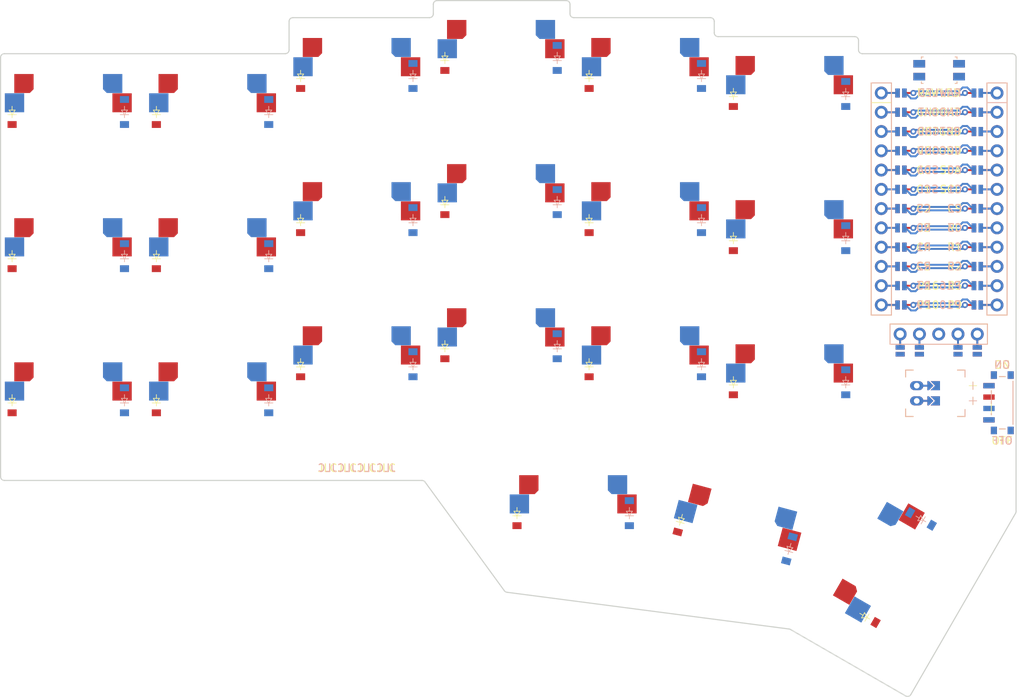
<source format=kicad_pcb>
(kicad_pcb (version 20240108) (generator "ergogen") (generator_version "4.1.0")
  (title_block (title "corney_island_wireless") (date "2024-11-14") (rev "0.2") (company "ceoloide"))
  (layers (0 "F.Cu" signal) (31 "B.Cu" signal) (34 "B.Paste" user) (35 "F.Paste" user) (36 "B.SilkS" user "B.Silkscreen") (37 "F.SilkS" user "F.Silkscreen") (38 "B.Mask" user) (39 "F.Mask" user) (44 "Edge.Cuts" user))
  (net 0 "")
  (net 1 "C0")
  (net 2 "outer_bottom_B")
  (net 3 "outer_home_B")
  (net 4 "outer_top_B")
  (net 5 "C1")
  (net 6 "pinky_bottom_B")
  (net 7 "pinky_home_B")
  (net 8 "pinky_top_B")
  (net 9 "C2")
  (net 10 "ring_bottom_B")
  (net 11 "ring_home_B")
  (net 12 "ring_top_B")
  (net 13 "C3")
  (net 14 "middle_bottom_B")
  (net 15 "middle_home_B")
  (net 16 "middle_top_B")
  (net 17 "C4")
  (net 18 "index_bottom_B")
  (net 19 "index_home_B")
  (net 20 "index_top_B")
  (net 21 "C5")
  (net 22 "inner_bottom_B")
  (net 23 "inner_home_B")
  (net 24 "inner_top_B")
  (net 25 "near_home_B")
  (net 26 "mid_home_B")
  (net 27 "far_home_B")
  (net 28 "R2")
  (net 29 "R1")
  (net 30 "R0")
  (net 31 "R3")
  (net 32 "outer_bottom_F")
  (net 33 "outer_home_F")
  (net 34 "outer_top_F")
  (net 35 "pinky_bottom_F")
  (net 36 "pinky_home_F")
  (net 37 "pinky_top_F")
  (net 38 "ring_bottom_F")
  (net 39 "ring_home_F")
  (net 40 "ring_top_F")
  (net 41 "middle_bottom_F")
  (net 42 "middle_home_F")
  (net 43 "middle_top_F")
  (net 44 "index_bottom_F")
  (net 45 "index_home_F")
  (net 46 "index_top_F")
  (net 47 "inner_bottom_F")
  (net 48 "inner_home_F")
  (net 49 "inner_top_F")
  (net 50 "near_home_F")
  (net 51 "mid_home_F")
  (net 52 "far_home_F")
  (net 53 "RAW")
  (net 54 "GND")
  (net 55 "RST")
  (net 56 "VCC")
  (net 57 "P16")
  (net 58 "P10")
  (net 59 "LED")
  (net 60 "DAT")
  (net 61 "SDA")
  (net 62 "SCL")
  (net 63 "CS")
  (net 64 "P9")
  (net 65 "P101")
  (net 66 "P102")
  (net 67 "P107")
  (net 68 "MCU1_24")
  (net 69 "MCU1_1")
  (net 70 "MCU1_23")
  (net 71 "MCU1_2")
  (net 72 "MCU1_22")
  (net 73 "MCU1_3")
  (net 74 "MCU1_21")
  (net 75 "MCU1_4")
  (net 76 "MCU1_20")
  (net 77 "MCU1_5")
  (net 78 "MCU1_19")
  (net 79 "MCU1_6")
  (net 80 "MCU1_18")
  (net 81 "MCU1_7")
  (net 82 "MCU1_17")
  (net 83 "MCU1_8")
  (net 84 "MCU1_16")
  (net 85 "MCU1_9")
  (net 86 "MCU1_15")
  (net 87 "MCU1_10")
  (net 88 "MCU1_14")
  (net 89 "MCU1_11")
  (net 90 "MCU1_13")
  (net 91 "MCU1_12")
  (net 92 "DISP1_1")
  (net 93 "DISP1_2")
  (net 94 "DISP1_4")
  (net 95 "DISP1_5")
  (net 96 "BAT_P")
  (net 97 "JST1_1")
  (net 98 "JST1_2")
  (footprint "ceoloide:mounting_hole_npth" (layer "F.Cu") (at 207.762 100.476 0)
    (property "Reference" "MH1" hide)
  )
  (footprint "ceoloide:mounting_hole_npth" (layer "F.Cu") (at 222.194 108.995 0)
    (property "Reference" "MH2" hide)
  )
  (footprint "ceoloide:mounting_hole_npth" (layer "F.Cu") (at 109.5 71.5 0)
    (property "Reference" "MH3" hide)
  )
  (footprint "ceoloide:mounting_hole_npth" (layer "F.Cu") (at 109.5 90.5 0)
    (property "Reference" "MH4" hide)
  )
  (footprint "ceoloide:mounting_hole_npth" (layer "F.Cu") (at 185.468 67.986 0)
    (property "Reference" "MH5" hide)
  )
  (footprint "ceoloide:mounting_hole_npth" (layer "F.Cu") (at 152.657 107.74 0)
    (property "Reference" "MH6" hide)
  )
  (footprint "ceoloide:mounting_hole_npth" (layer "F.Cu") (at 199.2410516 115.3236576 60)
    (property "Reference" "MH7" hide)
  )
  (footprint "ceoloide:switch_mx" (layer "B.Cu") (at 100 100 0)
    (property "Reference" "S1" hide)
  )
  (footprint "ceoloide:switch_mx" (layer "B.Cu") (at 100 81 0)
    (property "Reference" "S2" hide)
  )
  (footprint "ceoloide:switch_mx" (layer "B.Cu") (at 100 62 0)
    (property "Reference" "S3" hide)
  )
  (footprint "ceoloide:switch_mx" (layer "B.Cu") (at 119 100 0)
    (property "Reference" "S4" hide)
  )
  (footprint "ceoloide:switch_mx" (layer "B.Cu") (at 119 81 0)
    (property "Reference" "S5" hide)
  )
  (footprint "ceoloide:switch_mx" (layer "B.Cu") (at 119 62 0)
    (property "Reference" "S6" hide)
  )
  (footprint "ceoloide:switch_mx" (layer "B.Cu") (at 138 95.25 0)
    (property "Reference" "S7" hide)
  )
  (footprint "ceoloide:switch_mx" (layer "B.Cu") (at 138 76.25 0)
    (property "Reference" "S8" hide)
  )
  (footprint "ceoloide:switch_mx" (layer "B.Cu") (at 138 57.25 0)
    (property "Reference" "S9" hide)
  )
  (footprint "ceoloide:switch_mx" (layer "B.Cu") (at 157 92.875 0)
    (property "Reference" "S10" hide)
  )
  (footprint "ceoloide:switch_mx" (layer "B.Cu") (at 157 73.875 0)
    (property "Reference" "S11" hide)
  )
  (footprint "ceoloide:switch_mx" (layer "B.Cu") (at 157 54.875 0)
    (property "Reference" "S12" hide)
  )
  (footprint "ceoloide:switch_mx" (layer "B.Cu") (at 176 95.25 0)
    (property "Reference" "S13" hide)
  )
  (footprint "ceoloide:switch_mx" (layer "B.Cu") (at 176 76.25 0)
    (property "Reference" "S14" hide)
  )
  (footprint "ceoloide:switch_mx" (layer "B.Cu") (at 176 57.25 0)
    (property "Reference" "S15" hide)
  )
  (footprint "ceoloide:switch_mx" (layer "B.Cu") (at 195 97.625 0)
    (property "Reference" "S16" hide)
  )
  (footprint "ceoloide:switch_mx" (layer "B.Cu") (at 195 78.625 0)
    (property "Reference" "S17" hide)
  )
  (footprint "ceoloide:switch_mx" (layer "B.Cu") (at 195 59.625 0)
    (property "Reference" "S18" hide)
  )
  (footprint "ceoloide:switch_mx" (layer "B.Cu") (at 166.5 114.875 0)
    (property "Reference" "S19" hide)
  )
  (footprint "ceoloide:switch_mx" (layer "B.Cu") (at 187.5 117.625 -15)
    (property "Reference" "S20" hide)
  )
  (footprint "ceoloide:switch_mx" (layer "B.Cu") (at 209.7468058 121.3891576 60)
    (property "Reference" "S21" hide)
  )
  (footprint "ceoloide:diode_tht_sod123" (layer "B.Cu") (at 107.4 98.675 90)
    (property "Reference" "D1" hide)
  )
  (footprint "ceoloide:diode_tht_sod123" (layer "B.Cu") (at 107.4 79.675 90)
    (property "Reference" "D2" hide)
  )
  (footprint "ceoloide:diode_tht_sod123" (layer "B.Cu") (at 107.4 60.675 90)
    (property "Reference" "D3" hide)
  )
  (footprint "ceoloide:diode_tht_sod123" (layer "B.Cu") (at 126.4 98.675 90)
    (property "Reference" "D4" hide)
  )
  (footprint "ceoloide:diode_tht_sod123" (layer "B.Cu") (at 126.4 79.675 90)
    (property "Reference" "D5" hide)
  )
  (footprint "ceoloide:diode_tht_sod123" (layer "B.Cu") (at 126.4 60.675 90)
    (property "Reference" "D6" hide)
  )
  (footprint "ceoloide:diode_tht_sod123" (layer "B.Cu") (at 145.4 93.925 90)
    (property "Reference" "D7" hide)
  )
  (footprint "ceoloide:diode_tht_sod123" (layer "B.Cu") (at 145.4 74.925 90)
    (property "Reference" "D8" hide)
  )
  (footprint "ceoloide:diode_tht_sod123" (layer "B.Cu") (at 145.4 55.925 90)
    (property "Reference" "D9" hide)
  )
  (footprint "ceoloide:diode_tht_sod123" (layer "B.Cu") (at 164.4 91.55 90)
    (property "Reference" "D10" hide)
  )
  (footprint "ceoloide:diode_tht_sod123" (layer "B.Cu") (at 164.4 72.55 90)
    (property "Reference" "D11" hide)
  )
  (footprint "ceoloide:diode_tht_sod123" (layer "B.Cu") (at 164.4 53.55 90)
    (property "Reference" "D12" hide)
  )
  (footprint "ceoloide:diode_tht_sod123" (layer "B.Cu") (at 183.4 93.925 90)
    (property "Reference" "D13" hide)
  )
  (footprint "ceoloide:diode_tht_sod123" (layer "B.Cu") (at 183.4 74.925 90)
    (property "Reference" "D14" hide)
  )
  (footprint "ceoloide:diode_tht_sod123" (layer "B.Cu") (at 183.4 55.925 90)
    (property "Reference" "D15" hide)
  )
  (footprint "ceoloide:diode_tht_sod123" (layer "B.Cu") (at 202.4 96.3 90)
    (property "Reference" "D16" hide)
  )
  (footprint "ceoloide:diode_tht_sod123" (layer "B.Cu") (at 202.4 77.3 90)
    (property "Reference" "D17" hide)
  )
  (footprint "ceoloide:diode_tht_sod123" (layer "B.Cu") (at 202.4 58.3 90)
    (property "Reference" "D18" hide)
  )
  (footprint "ceoloide:diode_tht_sod123" (layer "B.Cu") (at 173.9 113.55 90)
    (property "Reference" "D19" hide)
  )
  (footprint "ceoloide:diode_tht_sod123" (layer "B.Cu") (at 194.9907863 118.2604092 75)
    (property "Reference" "D20" hide)
  )
  (footprint "ceoloide:diode_tht_sod123" (layer "B.Cu") (at 212.2993221 114.3180696 150)
    (property "Reference" "D21" hide)
  )
  (footprint "ceoloide:switch_mx" (layer "F.Cu") (at 100 100 0)
    (property "Reference" "S22" hide)
  )
  (footprint "ceoloide:switch_mx" (layer "F.Cu") (at 100 81 0)
    (property "Reference" "S23" hide)
  )
  (footprint "ceoloide:switch_mx" (layer "F.Cu") (at 100 62 0)
    (property "Reference" "S24" hide)
  )
  (footprint "ceoloide:switch_mx" (layer "F.Cu") (at 119 100 0)
    (property "Reference" "S25" hide)
  )
  (footprint "ceoloide:switch_mx" (layer "F.Cu") (at 119 81 0)
    (property "Reference" "S26" hide)
  )
  (footprint "ceoloide:switch_mx" (layer "F.Cu") (at 119 62 0)
    (property "Reference" "S27" hide)
  )
  (footprint "ceoloide:switch_mx" (layer "F.Cu") (at 138 95.25 0)
    (property "Reference" "S28" hide)
  )
  (footprint "ceoloide:switch_mx" (layer "F.Cu") (at 138 76.25 0)
    (property "Reference" "S29" hide)
  )
  (footprint "ceoloide:switch_mx" (layer "F.Cu") (at 138 57.25 0)
    (property "Reference" "S30" hide)
  )
  (footprint "ceoloide:switch_mx" (layer "F.Cu") (at 157 92.875 0)
    (property "Reference" "S31" hide)
  )
  (footprint "ceoloide:switch_mx" (layer "F.Cu") (at 157 73.875 0)
    (property "Reference" "S32" hide)
  )
  (footprint "ceoloide:switch_mx" (layer "F.Cu") (at 157 54.875 0)
    (property "Reference" "S33" hide)
  )
  (footprint "ceoloide:switch_mx" (layer "F.Cu") (at 176 95.25 0)
    (property "Reference" "S34" hide)
  )
  (footprint "ceoloide:switch_mx" (layer "F.Cu") (at 176 76.25 0)
    (property "Reference" "S35" hide)
  )
  (footprint "ceoloide:switch_mx" (layer "F.Cu") (at 176 57.25 0)
    (property "Reference" "S36" hide)
  )
  (footprint "ceoloide:switch_mx" (layer "F.Cu") (at 195 97.625 0)
    (property "Reference" "S37" hide)
  )
  (footprint "ceoloide:switch_mx" (layer "F.Cu") (at 195 78.625 0)
    (property "Reference" "S38" hide)
  )
  (footprint "ceoloide:switch_mx" (layer "F.Cu") (at 195 59.625 0)
    (property "Reference" "S39" hide)
  )
  (footprint "ceoloide:switch_mx" (layer "F.Cu") (at 166.5 114.875 0)
    (property "Reference" "S40" hide)
  )
  (footprint "ceoloide:switch_mx" (layer "F.Cu") (at 187.5 117.625 -15)
    (property "Reference" "S41" hide)
  )
  (footprint "ceoloide:switch_mx" (layer "F.Cu") (at 209.7468058 121.3891576 60)
    (property "Reference" "S42" hide)
  )
  (footprint "ceoloide:diode_tht_sod123" (layer "F.Cu") (at 92.6 98.675 90)
    (property "Reference" "D22" hide)
  )
  (footprint "ceoloide:diode_tht_sod123" (layer "F.Cu") (at 92.6 79.675 90)
    (property "Reference" "D23" hide)
  )
  (footprint "ceoloide:diode_tht_sod123" (layer "F.Cu") (at 92.6 60.675 90)
    (property "Reference" "D24" hide)
  )
  (footprint "ceoloide:diode_tht_sod123" (layer "F.Cu") (at 111.6 98.675 90)
    (property "Reference" "D25" hide)
  )
  (footprint "ceoloide:diode_tht_sod123" (layer "F.Cu") (at 111.6 79.675 90)
    (property "Reference" "D26" hide)
  )
  (footprint "ceoloide:diode_tht_sod123" (layer "F.Cu") (at 111.6 60.675 90)
    (property "Reference" "D27" hide)
  )
  (footprint "ceoloide:diode_tht_sod123" (layer "F.Cu") (at 130.6 93.925 90)
    (property "Reference" "D28" hide)
  )
  (footprint "ceoloide:diode_tht_sod123" (layer "F.Cu") (at 130.6 74.925 90)
    (property "Reference" "D29" hide)
  )
  (footprint "ceoloide:diode_tht_sod123" (layer "F.Cu") (at 130.6 55.925 90)
    (property "Reference" "D30" hide)
  )
  (footprint "ceoloide:diode_tht_sod123" (layer "F.Cu") (at 149.6 91.55 90)
    (property "Reference" "D31" hide)
  )
  (footprint "ceoloide:diode_tht_sod123" (layer "F.Cu") (at 149.6 72.55 90)
    (property "Reference" "D32" hide)
  )
  (footprint "ceoloide:diode_tht_sod123" (layer "F.Cu") (at 149.6 53.55 90)
    (property "Reference" "D33" hide)
  )
  (footprint "ceoloide:diode_tht_sod123" (layer "F.Cu") (at 168.6 93.925 90)
    (property "Reference" "D34" hide)
  )
  (footprint "ceoloide:diode_tht_sod123" (layer "F.Cu") (at 168.6 74.925 90)
    (property "Reference" "D35" hide)
  )
  (footprint "ceoloide:diode_tht_sod123" (layer "F.Cu") (at 168.6 55.925 90)
    (property "Reference" "D36" hide)
  )
  (footprint "ceoloide:diode_tht_sod123" (layer "F.Cu") (at 187.6 96.3 90)
    (property "Reference" "D37" hide)
  )
  (footprint "ceoloide:diode_tht_sod123" (layer "F.Cu") (at 187.6 77.3 90)
    (property "Reference" "D38" hide)
  )
  (footprint "ceoloide:diode_tht_sod123" (layer "F.Cu") (at 187.6 58.3 90)
    (property "Reference" "D39" hide)
  )
  (footprint "ceoloide:diode_tht_sod123" (layer "F.Cu") (at 159.1 113.55 90)
    (property "Reference" "D40" hide)
  )
  (footprint "ceoloide:diode_tht_sod123" (layer "F.Cu") (at 180.6950841 114.4298873 75)
    (property "Reference" "D41" hide)
  )
  (footprint "ceoloide:diode_tht_sod123" (layer "F.Cu") (at 204.8993221 127.1352456 150)
    (property "Reference" "D42" hide)
  )
  (footprint "ceoloide:mcu_nice_nano" (layer "F.Cu") (at 214.704 70.87 0)
    (property "Reference" "MCU1" hide)
  )
  (segment (start 219.28400000000002 58.17) (end 218.104 58.17) (width 0.25) (layer "F.Cu"))
  (segment (start 210.124 58.17) (end 211.304 58.17) (width 0.25) (layer "F.Cu"))
  (segment (start 207.084 58.17) (end 209.204 58.17) (width 0.25) (layer "F.Cu"))
  (segment (start 207.084 58.17) (end 209.204 58.17) (width 0.25) (layer "B.Cu"))
  (segment (start 220.204 58.17) (end 222.324 58.17) (width 0.25) (layer "F.Cu"))
  (segment (start 222.324 58.17) (end 220.204 58.17) (width 0.25) (layer "B.Cu"))
  (segment (start 212.09930500000002 58.400000000000006) (end 217.874 58.400000000000006) (width 0.25) (layer "B.Cu"))
  (segment (start 209.929 58.17) (end 210.278695 58.17) (width 0.25) (layer "B.Cu"))
  (segment (start 211.003695 58.895) (end 211.604305 58.895) (width 0.25) (layer "B.Cu"))
  (segment (start 210.278695 58.17) (end 211.003695 58.895) (width 0.25) (layer "B.Cu"))
  (segment (start 211.604305 58.895) (end 212.09930500000002 58.400000000000006) (width 0.25) (layer "B.Cu"))
  (segment (start 219.479 58.17) (end 219.12930500000002 58.17) (width 0.25) (layer "B.Cu"))
  (segment (start 217.298695 57.95) (end 211.524 57.95) (width 0.25) (layer "B.Cu"))
  (segment (start 219.12930500000002 58.17) (end 218.40430500000002 57.44500000000001) (width 0.25) (layer "B.Cu"))
  (segment (start 218.40430500000002 57.44500000000001) (end 217.803695 57.44500000000001) (width 0.25) (layer "B.Cu"))
  (segment (start 217.803695 57.44500000000001) (end 217.298695 57.95) (width 0.25) (layer "B.Cu"))
  (segment (start 219.28400000000002 60.71000000000001) (end 218.104 60.71000000000001) (width 0.25) (layer "F.Cu"))
  (segment (start 210.124 60.71000000000001) (end 211.304 60.71000000000001) (width 0.25) (layer "F.Cu"))
  (segment (start 207.084 60.71000000000001) (end 209.204 60.71000000000001) (width 0.25) (layer "F.Cu"))
  (segment (start 207.084 60.71000000000001) (end 209.204 60.71000000000001) (width 0.25) (layer "B.Cu"))
  (segment (start 220.204 60.71000000000001) (end 222.324 60.71000000000001) (width 0.25) (layer "F.Cu"))
  (segment (start 222.324 60.71000000000001) (end 220.204 60.71000000000001) (width 0.25) (layer "B.Cu"))
  (segment (start 212.09930500000002 60.940000000000005) (end 217.874 60.940000000000005) (width 0.25) (layer "B.Cu"))
  (segment (start 209.929 60.71000000000001) (end 210.278695 60.71000000000001) (width 0.25) (layer "B.Cu"))
  (segment (start 211.003695 61.435) (end 211.604305 61.435) (width 0.25) (layer "B.Cu"))
  (segment (start 210.278695 60.71000000000001) (end 211.003695 61.435) (width 0.25) (layer "B.Cu"))
  (segment (start 211.604305 61.435) (end 212.09930500000002 60.940000000000005) (width 0.25) (layer "B.Cu"))
  (segment (start 219.479 60.71000000000001) (end 219.12930500000002 60.71000000000001) (width 0.25) (layer "B.Cu"))
  (segment (start 217.298695 60.49) (end 211.524 60.49) (width 0.25) (layer "B.Cu"))
  (segment (start 219.12930500000002 60.71000000000001) (end 218.40430500000002 59.98500000000001) (width 0.25) (layer "B.Cu"))
  (segment (start 218.40430500000002 59.98500000000001) (end 217.803695 59.98500000000001) (width 0.25) (layer "B.Cu"))
  (segment (start 217.803695 59.98500000000001) (end 217.298695 60.49) (width 0.25) (layer "B.Cu"))
  (segment (start 219.28400000000002 63.25000000000001) (end 218.104 63.25000000000001) (width 0.25) (layer "F.Cu"))
  (segment (start 210.124 63.25000000000001) (end 211.304 63.25000000000001) (width 0.25) (layer "F.Cu"))
  (segment (start 207.084 63.25000000000001) (end 209.204 63.25000000000001) (width 0.25) (layer "F.Cu"))
  (segment (start 207.084 63.25000000000001) (end 209.204 63.25000000000001) (width 0.25) (layer "B.Cu"))
  (segment (start 220.204 63.25000000000001) (end 222.324 63.25000000000001) (width 0.25) (layer "F.Cu"))
  (segment (start 222.324 63.25000000000001) (end 220.204 63.25000000000001) (width 0.25) (layer "B.Cu"))
  (segment (start 212.09930500000002 63.480000000000004) (end 217.874 63.480000000000004) (width 0.25) (layer "B.Cu"))
  (segment (start 209.929 63.25000000000001) (end 210.278695 63.25000000000001) (width 0.25) (layer "B.Cu"))
  (segment (start 211.003695 63.97500000000001) (end 211.604305 63.97500000000001) (width 0.25) (layer "B.Cu"))
  (segment (start 210.278695 63.25000000000001) (end 211.003695 63.97500000000001) (width 0.25) (layer "B.Cu"))
  (segment (start 211.604305 63.97500000000001) (end 212.09930500000002 63.480000000000004) (width 0.25) (layer "B.Cu"))
  (segment (start 219.479 63.25000000000001) (end 219.12930500000002 63.25000000000001) (width 0.25) (layer "B.Cu"))
  (segment (start 217.298695 63.03) (end 211.524 63.03) (width 0.25) (layer "B.Cu"))
  (segment (start 219.12930500000002 63.25000000000001) (end 218.40430500000002 62.525000000000006) (width 0.25) (layer "B.Cu"))
  (segment (start 218.40430500000002 62.525000000000006) (end 217.803695 62.525000000000006) (width 0.25) (layer "B.Cu"))
  (segment (start 217.803695 62.525000000000006) (end 217.298695 63.03) (width 0.25) (layer "B.Cu"))
  (segment (start 219.28400000000002 65.79) (end 218.104 65.79) (width 0.25) (layer "F.Cu"))
  (segment (start 210.124 65.79) (end 211.304 65.79) (width 0.25) (layer "F.Cu"))
  (segment (start 207.084 65.79) (end 209.204 65.79) (width 0.25) (layer "F.Cu"))
  (segment (start 207.084 65.79) (end 209.204 65.79) (width 0.25) (layer "B.Cu"))
  (segment (start 220.204 65.79) (end 222.324 65.79) (width 0.25) (layer "F.Cu"))
  (segment (start 222.324 65.79) (end 220.204 65.79) (width 0.25) (layer "B.Cu"))
  (segment (start 212.09930500000002 66.02000000000001) (end 217.874 66.02000000000001) (width 0.25) (layer "B.Cu"))
  (segment (start 209.929 65.79) (end 210.278695 65.79) (width 0.25) (layer "B.Cu"))
  (segment (start 211.003695 66.515) (end 211.604305 66.515) (width 0.25) (layer "B.Cu"))
  (segment (start 210.278695 65.79) (end 211.003695 66.515) (width 0.25) (layer "B.Cu"))
  (segment (start 211.604305 66.515) (end 212.09930500000002 66.02000000000001) (width 0.25) (layer "B.Cu"))
  (segment (start 219.479 65.79) (end 219.12930500000002 65.79) (width 0.25) (layer "B.Cu"))
  (segment (start 217.298695 65.57000000000001) (end 211.524 65.57000000000001) (width 0.25) (layer "B.Cu"))
  (segment (start 219.12930500000002 65.79) (end 218.40430500000002 65.065) (width 0.25) (layer "B.Cu"))
  (segment (start 218.40430500000002 65.065) (end 217.803695 65.065) (width 0.25) (layer "B.Cu"))
  (segment (start 217.803695 65.065) (end 217.298695 65.57000000000001) (width 0.25) (layer "B.Cu"))
  (segment (start 219.28400000000002 68.33) (end 218.104 68.33) (width 0.25) (layer "F.Cu"))
  (segment (start 210.124 68.33) (end 211.304 68.33) (width 0.25) (layer "F.Cu"))
  (segment (start 207.084 68.33) (end 209.204 68.33) (width 0.25) (layer "F.Cu"))
  (segment (start 207.084 68.33) (end 209.204 68.33) (width 0.25) (layer "B.Cu"))
  (segment (start 220.204 68.33) (end 222.324 68.33) (width 0.25) (layer "F.Cu"))
  (segment (start 222.324 68.33) (end 220.204 68.33) (width 0.25) (layer "B.Cu"))
  (segment (start 212.09930500000002 68.56) (end 217.874 68.56) (width 0.25) (layer "B.Cu"))
  (segment (start 209.929 68.33) (end 210.278695 68.33) (width 0.25) (layer "B.Cu"))
  (segment (start 211.003695 69.055) (end 211.604305 69.055) (width 0.25) (layer "B.Cu"))
  (segment (start 210.278695 68.33) (end 211.003695 69.055) (width 0.25) (layer "B.Cu"))
  (segment (start 211.604305 69.055) (end 212.09930500000002 68.56) (width 0.25) (layer "B.Cu"))
  (segment (start 219.479 68.33) (end 219.12930500000002 68.33) (width 0.25) (layer "B.Cu"))
  (segment (start 217.298695 68.11) (end 211.524 68.11) (width 0.25) (layer "B.Cu"))
  (segment (start 219.12930500000002 68.33) (end 218.40430500000002 67.605) (width 0.25) (layer "B.Cu"))
  (segment (start 218.40430500000002 67.605) (end 217.803695 67.605) (width 0.25) (layer "B.Cu"))
  (segment (start 217.803695 67.605) (end 217.298695 68.11) (width 0.25) (layer "B.Cu"))
  (segment (start 219.28400000000002 70.87) (end 218.104 70.87) (width 0.25) (layer "F.Cu"))
  (segment (start 210.124 70.87) (end 211.304 70.87) (width 0.25) (layer "F.Cu"))
  (segment (start 207.084 70.87) (end 209.204 70.87) (width 0.25) (layer "F.Cu"))
  (segment (start 207.084 70.87) (end 209.204 70.87) (width 0.25) (layer "B.Cu"))
  (segment (start 220.204 70.87) (end 222.324 70.87) (width 0.25) (layer "F.Cu"))
  (segment (start 222.324 70.87) (end 220.204 70.87) (width 0.25) (layer "B.Cu"))
  (segment (start 212.09930500000002 71.10000000000001) (end 217.874 71.10000000000001) (width 0.25) (layer "B.Cu"))
  (segment (start 209.929 70.87) (end 210.278695 70.87) (width 0.25) (layer "B.Cu"))
  (segment (start 211.003695 71.595) (end 211.604305 71.595) (width 0.25) (layer "B.Cu"))
  (segment (start 210.278695 70.87) (end 211.003695 71.595) (width 0.25) (layer "B.Cu"))
  (segment (start 211.604305 71.595) (end 212.09930500000002 71.10000000000001) (width 0.25) (layer "B.Cu"))
  (segment (start 219.479 70.87) (end 219.12930500000002 70.87) (width 0.25) (layer "B.Cu"))
  (segment (start 217.298695 70.65) (end 211.524 70.65) (width 0.25) (layer "B.Cu"))
  (segment (start 219.12930500000002 70.87) (end 218.40430500000002 70.14500000000001) (width 0.25) (layer "B.Cu"))
  (segment (start 218.40430500000002 70.14500000000001) (end 217.803695 70.14500000000001) (width 0.25) (layer "B.Cu"))
  (segment (start 217.803695 70.14500000000001) (end 217.298695 70.65) (width 0.25) (layer "B.Cu"))
  (segment (start 219.28400000000002 73.41000000000001) (end 218.104 73.41000000000001) (width 0.25) (layer "F.Cu"))
  (segment (start 210.124 73.41000000000001) (end 211.304 73.41000000000001) (width 0.25) (layer "F.Cu"))
  (segment (start 207.084 73.41000000000001) (end 209.204 73.41000000000001) (width 0.25) (layer "F.Cu"))
  (segment (start 207.084 73.41000000000001) (end 209.204 73.41000000000001) (width 0.25) (layer "B.Cu"))
  (segment (start 220.204 73.41000000000001) (end 222.324 73.41000000000001) (width 0.25) (layer "F.Cu"))
  (segment (start 222.324 73.41000000000001) (end 220.204 73.41000000000001) (width 0.25) (layer "B.Cu"))
  (segment (start 212.09930500000002 73.64) (end 217.874 73.64) (width 0.25) (layer "B.Cu"))
  (segment (start 209.929 73.41000000000001) (end 210.278695 73.41000000000001) (width 0.25) (layer "B.Cu"))
  (segment (start 211.003695 74.135) (end 211.604305 74.135) (width 0.25) (layer "B.Cu"))
  (segment (start 210.278695 73.41000000000001) (end 211.003695 74.135) (width 0.25) (layer "B.Cu"))
  (segment (start 211.604305 74.135) (end 212.09930500000002 73.64) (width 0.25) (layer "B.Cu"))
  (segment (start 219.479 73.41000000000001) (end 219.12930500000002 73.41000000000001) (width 0.25) (layer "B.Cu"))
  (segment (start 217.298695 73.19) (end 211.524 73.19) (width 0.25) (layer "B.Cu"))
  (segment (start 219.12930500000002 73.41000000000001) (end 218.40430500000002 72.685) (width 0.25) (layer "B.Cu"))
  (segment (start 218.40430500000002 72.685) (end 217.803695 72.685) (width 0.25) (layer "B.Cu"))
  (segment (start 217.803695 72.685) (end 217.298695 73.19) (width 0.25) (layer "B.Cu"))
  (segment (start 219.28400000000002 75.95) (end 218.104 75.95) (width 0.25) (layer "F.Cu"))
  (segment (start 210.124 75.95) (end 211.304 75.95) (width 0.25) (layer "F.Cu"))
  (segment (start 207.084 75.95) (end 209.204 75.95) (width 0.25) (layer "F.Cu"))
  (segment (start 207.084 75.95) (end 209.204 75.95) (width 0.25) (layer "B.Cu"))
  (segment (start 220.204 75.95) (end 222.324 75.95) (width 0.25) (layer "F.Cu"))
  (segment (start 222.324 75.95) (end 220.204 75.95) (width 0.25) (layer "B.Cu"))
  (segment (start 212.09930500000002 76.18) (end 217.874 76.18) (width 0.25) (layer "B.Cu"))
  (segment (start 209.929 75.95) (end 210.278695 75.95) (width 0.25) (layer "B.Cu"))
  (segment (start 211.003695 76.67500000000001) (end 211.604305 76.67500000000001) (width 0.25) (layer "B.Cu"))
  (segment (start 210.278695 75.95) (end 211.003695 76.67500000000001) (width 0.25) (layer "B.Cu"))
  (segment (start 211.604305 76.67500000000001) (end 212.09930500000002 76.18) (width 0.25) (layer "B.Cu"))
  (segment (start 219.479 75.95) (end 219.12930500000002 75.95) (width 0.25) (layer "B.Cu"))
  (segment (start 217.298695 75.73) (end 211.524 75.73) (width 0.25) (layer "B.Cu"))
  (segment (start 219.12930500000002 75.95) (end 218.40430500000002 75.22500000000001) (width 0.25) (layer "B.Cu"))
  (segment (start 218.40430500000002 75.22500000000001) (end 217.803695 75.22500000000001) (width 0.25) (layer "B.Cu"))
  (segment (start 217.803695 75.22500000000001) (end 217.298695 75.73) (width 0.25) (layer "B.Cu"))
  (segment (start 219.28400000000002 78.49000000000001) (end 218.104 78.49000000000001) (width 0.25) (layer "F.Cu"))
  (segment (start 210.124 78.49000000000001) (end 211.304 78.49000000000001) (width 0.25) (layer "F.Cu"))
  (segment (start 207.084 78.49000000000001) (end 209.204 78.49000000000001) (width 0.25) (layer "F.Cu"))
  (segment (start 207.084 78.49000000000001) (end 209.204 78.49000000000001) (width 0.25) (layer "B.Cu"))
  (segment (start 220.204 78.49000000000001) (end 222.324 78.49000000000001) (width 0.25) (layer "F.Cu"))
  (segment (start 222.324 78.49000000000001) (end 220.204 78.49000000000001) (width 0.25) (layer "B.Cu"))
  (segment (start 212.09930500000002 78.72) (end 217.874 78.72) (width 0.25) (layer "B.Cu"))
  (segment (start 209.929 78.49000000000001) (end 210.278695 78.49000000000001) (width 0.25) (layer "B.Cu"))
  (segment (start 211.003695 79.215) (end 211.604305 79.215) (width 0.25) (layer "B.Cu"))
  (segment (start 210.278695 78.49000000000001) (end 211.003695 79.215) (width 0.25) (layer "B.Cu"))
  (segment (start 211.604305 79.215) (end 212.09930500000002 78.72) (width 0.25) (layer "B.Cu"))
  (segment (start 219.479 78.49000000000001) (end 219.12930500000002 78.49000000000001) (width 0.25) (layer "B.Cu"))
  (segment (start 217.298695 78.27000000000001) (end 211.524 78.27000000000001) (width 0.25) (layer "B.Cu"))
  (segment (start 219.12930500000002 78.49000000000001) (end 218.40430500000002 77.765) (width 0.25) (layer "B.Cu"))
  (segment (start 218.40430500000002 77.765) (end 217.803695 77.765) (width 0.25) (layer "B.Cu"))
  (segment (start 217.803695 77.765) (end 217.298695 78.27000000000001) (width 0.25) (layer "B.Cu"))
  (segment (start 219.28400000000002 81.03) (end 218.104 81.03) (width 0.25) (layer "F.Cu"))
  (segment (start 210.124 81.03) (end 211.304 81.03) (width 0.25) (layer "F.Cu"))
  (segment (start 207.084 81.03) (end 209.204 81.03) (width 0.25) (layer "F.Cu"))
  (segment (start 207.084 81.03) (end 209.204 81.03) (width 0.25) (layer "B.Cu"))
  (segment (start 220.204 81.03) (end 222.324 81.03) (width 0.25) (layer "F.Cu"))
  (segment (start 222.324 81.03) (end 220.204 81.03) (width 0.25) (layer "B.Cu"))
  (segment (start 212.09930500000002 81.26) (end 217.874 81.26) (width 0.25) (layer "B.Cu"))
  (segment (start 209.929 81.03) (end 210.278695 81.03) (width 0.25) (layer "B.Cu"))
  (segment (start 211.003695 81.75500000000001) (end 211.604305 81.75500000000001) (width 0.25) (layer "B.Cu"))
  (segment (start 210.278695 81.03) (end 211.003695 81.75500000000001) (width 0.25) (layer "B.Cu"))
  (segment (start 211.604305 81.75500000000001) (end 212.09930500000002 81.26) (width 0.25) (layer "B.Cu"))
  (segment (start 219.479 81.03) (end 219.12930500000002 81.03) (width 0.25) (layer "B.Cu"))
  (segment (start 217.298695 80.81) (end 211.524 80.81) (width 0.25) (layer "B.Cu"))
  (segment (start 219.12930500000002 81.03) (end 218.40430500000002 80.305) (width 0.25) (layer "B.Cu"))
  (segment (start 218.40430500000002 80.305) (end 217.803695 80.305) (width 0.25) (layer "B.Cu"))
  (segment (start 217.803695 80.305) (end 217.298695 80.81) (width 0.25) (layer "B.Cu"))
  (segment (start 219.28400000000002 83.57000000000001) (end 218.104 83.57000000000001) (width 0.25) (layer "F.Cu"))
  (segment (start 210.124 83.57000000000001) (end 211.304 83.57000000000001) (width 0.25) (layer "F.Cu"))
  (segment (start 207.084 83.57000000000001) (end 209.204 83.57000000000001) (width 0.25) (layer "F.Cu"))
  (segment (start 207.084 83.57000000000001) (end 209.204 83.57000000000001) (width 0.25) (layer "B.Cu"))
  (segment (start 220.204 83.57000000000001) (end 222.324 83.57000000000001) (width 0.25) (layer "F.Cu"))
  (segment (start 222.324 83.57000000000001) (end 220.204 83.57000000000001) (width 0.25) (layer "B.Cu"))
  (segment (start 212.09930500000002 83.80000000000001) (end 217.874 83.80000000000001) (width 0.25) (layer "B.Cu"))
  (segment (start 209.929 83.57000000000001) (end 210.278695 83.57000000000001) (width 0.25) (layer "B.Cu"))
  (segment (start 211.003695 84.295) (end 211.604305 84.295) (width 0.25) (layer "B.Cu"))
  (segment (start 210.278695 83.57000000000001) (end 211.003695 84.295) (width 0.25) (layer "B.Cu"))
  (segment (start 211.604305 84.295) (end 212.09930500000002 83.80000000000001) (width 0.25) (layer "B.Cu"))
  (segment (start 219.479 83.57000000000001) (end 219.12930500000002 83.57000000000001) (width 0.25) (layer "B.Cu"))
  (segment (start 217.298695 83.35000000000001) (end 211.524 83.35000000000001) (width 0.25) (layer "B.Cu"))
  (segment (start 219.12930500000002 83.57000000000001) (end 218.40430500000002 82.845) (width 0.25) (layer "B.Cu"))
  (segment (start 218.40430500000002 82.845) (end 217.803695 82.845) (width 0.25) (layer "B.Cu"))
  (segment (start 217.803695 82.845) (end 217.298695 83.35000000000001) (width 0.25) (layer "B.Cu"))
  (segment (start 219.28400000000002 86.11) (end 218.104 86.11) (width 0.25) (layer "F.Cu"))
  (segment (start 210.124 86.11) (end 211.304 86.11) (width 0.25) (layer "F.Cu"))
  (segment (start 207.084 86.11) (end 209.204 86.11) (width 0.25) (layer "F.Cu"))
  (segment (start 207.084 86.11) (end 209.204 86.11) (width 0.25) (layer "B.Cu"))
  (segment (start 220.204 86.11) (end 222.324 86.11) (width 0.25) (layer "F.Cu"))
  (segment (start 222.324 86.11) (end 220.204 86.11) (width 0.25) (layer "B.Cu"))
  (segment (start 212.09930500000002 86.34) (end 217.874 86.34) (width 0.25) (layer "B.Cu"))
  (segment (start 209.929 86.11) (end 210.278695 86.11) (width 0.25) (layer "B.Cu"))
  (segment (start 211.003695 86.83500000000001) (end 211.604305 86.83500000000001) (width 0.25) (layer "B.Cu"))
  (segment (start 210.278695 86.11) (end 211.003695 86.83500000000001) (width 0.25) (layer "B.Cu"))
  (segment (start 211.604305 86.83500000000001) (end 212.09930500000002 86.34) (width 0.25) (layer "B.Cu"))
  (segment (start 219.479 86.11) (end 219.12930500000002 86.11) (width 0.25) (layer "B.Cu"))
  (segment (start 217.298695 85.89) (end 211.524 85.89) (width 0.25) (layer "B.Cu"))
  (segment (start 219.12930500000002 86.11) (end 218.40430500000002 85.385) (width 0.25) (layer "B.Cu"))
  (segment (start 218.40430500000002 85.385) (end 217.803695 85.385) (width 0.25) (layer "B.Cu"))
  (segment (start 217.803695 85.385) (end 217.298695 85.89) (width 0.25) (layer "B.Cu"))
  (gr_text "JLCJLCJLCJLC" (at 138 107.6 0) (layer "F.SilkS") (effects (font (size 1 1))))
  (gr_text "JLCJLCJLCJLC" (at 138 107.6 0) (layer "B.SilkS") (effects (font (size 1 1)) (justify mirror)))
  (footprint "ceoloide:display_nice_view" (layer F.Cu) (at 214.647 73.25 0)
    (property "Reference" "DISP1" hide)
  )
  (segment (start 209.56699999999998 89.95) (end 209.56699999999998 91.7) (width 0.25) (layer "F.Cu") (net 63))
  (segment (start 212.107 89.95) (end 212.107 91.7) (width 0.25) (layer "F.Cu") (net 54))
  (segment (start 217.18699999999998 89.95) (end 217.18699999999998 91.7) (width 0.25) (layer "F.Cu") (net 62))
  (segment (start 219.727 89.95) (end 219.727 91.7) (width 0.25) (layer "F.Cu") (net 61))
  (segment (start 209.56699999999998 89.95) (end 209.56699999999998 91.7) (width 0.25) (layer "B.Cu") (net 63))
  (segment (start 212.107 89.95) (end 212.107 91.7) (width 0.25) (layer "B.Cu") (net 54))
  (segment (start 217.18699999999998 89.95) (end 217.18699999999998 91.7) (width 0.25) (layer "B.Cu") (net 62))
  (segment (start 219.727 89.95) (end 219.727 91.7) (width 0.25) (layer "B.Cu") (net 61))
  (footprint "ceoloide:power_switch_smd_side" (layer "F.Cu") (at 223 99 0)
    (property "Reference" "PWR1" hide)
  )
  (footprint "ceoloide:reset_switch_smd_side" (layer "F.Cu") (at 214.704 55.165 0)
    (property "Reference" "RST1" hide)
  )
  (footprint "ceoloide:battery_connector_jst_ph_2" (layer "F.Cu") (at 211.75 97.75 90)
    (property "Reference" "JST1" hide)
  )
  (segment (start 213.55 98.75) (end 211.75 98.75) (width 0.25) (layer "F.Cu") (net 97))
  (segment (start 213.55 98.75) (end 211.75 98.75) (width 0.25) (layer "B.Cu") (net 97))
  (segment (start 213.55 96.75) (end 211.75 96.75) (width 0.25) (layer "F.Cu") (net 98))
  (segment (start 213.55 96.75) (end 211.75 96.75) (width 0.25) (layer "B.Cu") (net 98))
  (gr_line (start 91.08198222285509 108.74001780012622) (end 91.08001777794281 53.49000464193523) (layer Edge.Cuts) (stroke (width 0.15)))
  (gr_line (start 91.58000462794281 52.98998684198348) (end 128.58001314999998 52.98901315754868) (layer Edge.Cuts) (stroke (width 0.15)))
  (gr_line (start 129.08 52.48901315754736) (end 129.08 48.74) (layer Edge.Cuts) (stroke (width 0.15)))
  (gr_line (start 129.58 48.24) (end 147.58 48.24) (layer Edge.Cuts) (stroke (width 0.15)))
  (gr_line (start 148.08 47.74) (end 148.08 46.488) (layer Edge.Cuts) (stroke (width 0.15)))
  (gr_line (start 148.58 45.988) (end 165.582 45.988) (layer Edge.Cuts) (stroke (width 0.15)))
  (gr_line (start 166.082 46.488) (end 166.082 47.74) (layer Edge.Cuts) (stroke (width 0.15)))
  (gr_line (start 166.582 48.24) (end 184.582 48.24) (layer Edge.Cuts) (stroke (width 0.15)))
  (gr_line (start 185.082 48.74) (end 185.082 50.238) (layer Edge.Cuts) (stroke (width 0.15)))
  (gr_line (start 185.582 50.738) (end 203.58222192628773 50.738) (layer Edge.Cuts) (stroke (width 0.15)))
  (gr_line (start 204.08222192628773 51.23777800000971) (end 204.08277807371226 52.49022199999308) (layer Edge.Cuts) (stroke (width 0.15)))
  (gr_line (start 224.518 113.996596) (end 210.97353193043912 137.45836746290388) (layer Edge.Cuts) (stroke (width 0.15)))
  (gr_line (start 210.29050971794075 137.64139668455357) (end 195.12364206223265 128.884801539137) (layer Edge.Cuts) (stroke (width 0.15)))
  (gr_line (start 194.9382670622326 128.82200823913698) (end 157.77296812333506 123.97775897688982) (layer Edge.Cuts) (stroke (width 0.15)))
  (gr_line (start 157.43351034067848 123.77643070068846) (end 146.98977558129695 109.44552227620129) (layer Edge.Cuts) (stroke (width 0.15)))
  (gr_line (start 146.5856927986404 109.24) (end 91.58198222285512 109.24) (layer Edge.Cuts) (stroke (width 0.15)))
  (gr_line (start 204.58277807371226 52.99) (end 224.333 52.99) (layer Edge.Cuts) (stroke (width 0.15)))
  (gr_line (start 224.833 53.49) (end 224.833 113.31702540612952) (layer Edge.Cuts) (stroke (width 0.15)))
  (gr_line (start 224.76601270000006 113.5670254061294) (end 224.518 113.996596) (layer Edge.Cuts) (stroke (width 0.15)))
  (gr_arc (start 91.58000457794282 52.98998684156686) (mid 91.22645337794282 53.13644444156686) (end 91.08001777794281 53.490004741566864) (layer Edge.Cuts) (stroke (width 0.15)))
  (gr_arc (start 128.5800131 52.98901315754736) (mid 128.933558 52.84256195754736) (end 129.08 52.48901315754736) (layer Edge.Cuts) (stroke (width 0.15)))
  (gr_arc (start 129.58 48.24) (mid 129.2264466 48.3864466) (end 129.08 48.74) (layer Edge.Cuts) (stroke (width 0.15)))
  (gr_arc (start 147.58 48.24) (mid 147.93355340000002 48.093553400000005) (end 148.08 47.74) (layer Edge.Cuts) (stroke (width 0.15)))
  (gr_arc (start 148.58 45.988) (mid 148.2264466 46.1344466) (end 148.08 46.488) (layer Edge.Cuts) (stroke (width 0.15)))
  (gr_arc (start 166.082 46.488) (mid 165.9355534 46.1344466) (end 165.582 45.988) (layer Edge.Cuts) (stroke (width 0.15)))
  (gr_arc (start 166.082 47.74) (mid 166.22844659999998 48.093553400000005) (end 166.582 48.24) (layer Edge.Cuts) (stroke (width 0.15)))
  (gr_arc (start 185.082 48.74) (mid 184.9355534 48.3864466) (end 184.582 48.24) (layer Edge.Cuts) (stroke (width 0.15)))
  (gr_arc (start 185.082 50.238) (mid 185.22844659999998 50.5915534) (end 185.582 50.738) (layer Edge.Cuts) (stroke (width 0.15)))
  (gr_arc (start 204.08222192628773 51.237778) (mid 203.93569682628774 50.884368099999996) (end 203.58222192628773 50.738) (layer Edge.Cuts) (stroke (width 0.15)))
  (gr_arc (start 204.08277807371226 52.49022199999069) (mid 204.22930317371225 52.84363189999069) (end 204.58277807371226 52.98999999999069) (layer Edge.Cuts) (stroke (width 0.15)))
  (gr_arc (start 224.833 53.49) (mid 224.6865534 53.1364466) (end 224.333 52.99) (layer Edge.Cuts) (stroke (width 0.15)))
  (gr_arc (start 224.7660127 113.56702540612952) (mid 224.8159629 113.44643490612951) (end 224.833 113.31702540612952) (layer Edge.Cuts) (stroke (width 0.15)))
  (gr_arc (start 210.29050971794078 137.64139668455357) (mid 210.66992841794078 137.69134438455356) (end 210.9735319179408 137.45836748455358) (layer Edge.Cuts) (stroke (width 0.15)))
  (gr_arc (start 195.12364206223262 128.88480153913696) (mid 195.03405706223262 128.84424583913696) (end 194.93826706223263 128.82200823913698) (layer Edge.Cuts) (stroke (width 0.15)))
  (gr_arc (start 157.43351032333507 123.77643067688983) (mid 157.58253422333507 123.91200527688983) (end 157.77296812333506 123.97775897688983) (layer Edge.Cuts) (stroke (width 0.15)))
  (gr_arc (start 146.9897755986404 109.44552229999998) (mid 146.8123656986404 109.29433259999998) (end 146.5856927986404 109.23999999999998) (layer Edge.Cuts) (stroke (width 0.15)))
  (gr_arc (start 91.08198222285512 108.74001779999999) (mid 91.22843512285512 109.0935597) (end 91.58198222285512 109.24) (layer Edge.Cuts) (stroke (width 0.15)))
)
</source>
